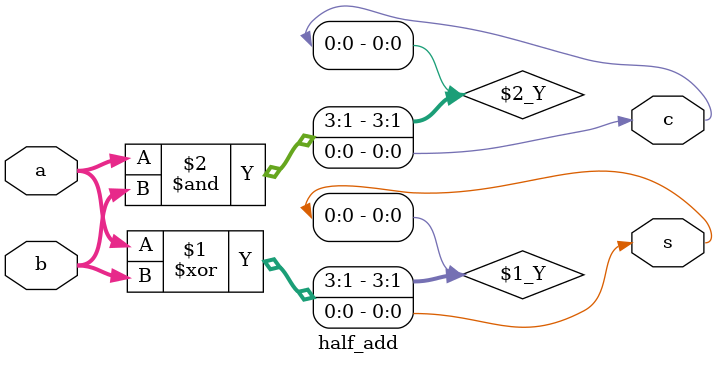
<source format=v>
`timescale 1ns / 1ps

module half_add(a,b,s,c);
input [3:0]a,b;
output s,c;
assign s=a^b;       //sum gives the output as xor of the 2 inputs in half adder
assign c=a&b;       //carry gives the output as & of the 2 inputs in half adder
endmodule

</source>
